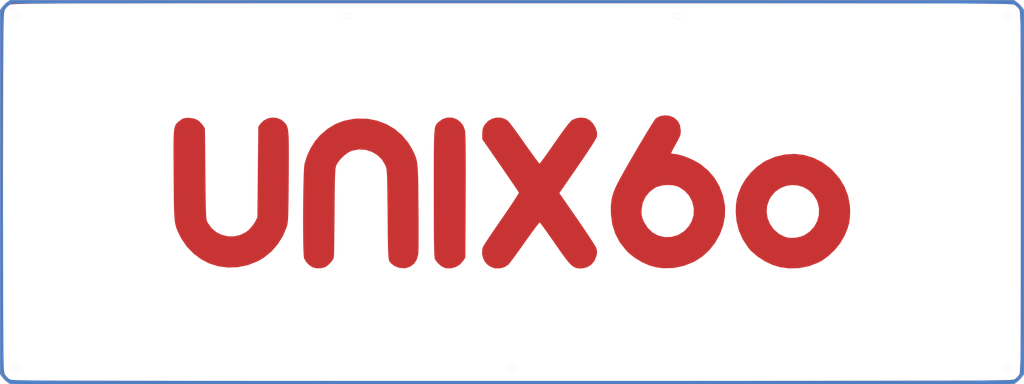
<source format=kicad_pcb>
(kicad_pcb (version 20171130) (host pcbnew 5.1.7)

  (general
    (thickness 1.6)
    (drawings 15)
    (tracks 0)
    (zones 0)
    (modules 6)
    (nets 1)
  )

  (page A4)
  (layers
    (0 F.Cu signal)
    (31 B.Cu signal)
    (32 B.Adhes user)
    (33 F.Adhes user)
    (34 B.Paste user)
    (35 F.Paste user)
    (36 B.SilkS user)
    (37 F.SilkS user)
    (38 B.Mask user)
    (39 F.Mask user)
    (40 Dwgs.User user)
    (41 Cmts.User user)
    (42 Eco1.User user)
    (43 Eco2.User user)
    (44 Edge.Cuts user)
    (45 Margin user)
    (46 B.CrtYd user)
    (47 F.CrtYd user)
    (48 B.Fab user)
    (49 F.Fab user)
  )

  (setup
    (last_trace_width 0.25)
    (trace_clearance 0.2)
    (zone_clearance 0.508)
    (zone_45_only no)
    (trace_min 0.2)
    (via_size 0.8)
    (via_drill 0.4)
    (via_min_size 0.4)
    (via_min_drill 0.3)
    (uvia_size 0.3)
    (uvia_drill 0.1)
    (uvias_allowed no)
    (uvia_min_size 0.2)
    (uvia_min_drill 0.1)
    (edge_width 0.05)
    (segment_width 0.2)
    (pcb_text_width 0.3)
    (pcb_text_size 1.5 1.5)
    (mod_edge_width 0.12)
    (mod_text_size 1 1)
    (mod_text_width 0.15)
    (pad_size 1.524 1.524)
    (pad_drill 0.762)
    (pad_to_mask_clearance 0)
    (aux_axis_origin 0 0)
    (visible_elements FFFFFF7F)
    (pcbplotparams
      (layerselection 0x010fc_ffffffff)
      (usegerberextensions true)
      (usegerberattributes false)
      (usegerberadvancedattributes true)
      (creategerberjobfile true)
      (excludeedgelayer true)
      (linewidth 0.100000)
      (plotframeref false)
      (viasonmask false)
      (mode 1)
      (useauxorigin false)
      (hpglpennumber 1)
      (hpglpenspeed 20)
      (hpglpendiameter 15.000000)
      (psnegative false)
      (psa4output false)
      (plotreference true)
      (plotvalue true)
      (plotinvisibletext false)
      (padsonsilk false)
      (subtractmaskfromsilk false)
      (outputformat 1)
      (mirror false)
      (drillshape 0)
      (scaleselection 1)
      (outputdirectory "Gerber/"))
  )

  (net 0 "")

  (net_class Default "This is the default net class."
    (clearance 0.2)
    (trace_width 0.25)
    (via_dia 0.8)
    (via_drill 0.4)
    (uvia_dia 0.3)
    (uvia_drill 0.1)
  )

  (module Logos:Edge_F_CU (layer B.Cu) (tedit 0) (tstamp 5FA5C0DD)
    (at 140.49375 90.4875)
    (fp_text reference G*** (at 0 0) (layer B.SilkS) hide
      (effects (font (size 1.524 1.524) (thickness 0.3)) (justify mirror))
    )
    (fp_text value LOGO (at 0.75 0) (layer B.SilkS) hide
      (effects (font (size 1.524 1.524) (thickness 0.3)) (justify mirror))
    )
    (fp_poly (pts (xy 150.304055 56.548391) (xy 151.074622 55.897667) (xy 151.751742 55.121328) (xy 151.798391 55.054055)
      (xy 152.399999 54.161328) (xy 152.4 -0.000001) (xy 152.4 -54.161329) (xy 151.798391 -55.054056)
      (xy 151.147667 -55.824623) (xy 150.371328 -56.501743) (xy 150.304055 -56.548392) (xy 149.411328 -57.150001)
      (xy 0 -57.150001) (xy -149.411329 -57.15) (xy -150.304056 -56.548392) (xy -151.074623 -55.897668)
      (xy -151.751743 -55.121329) (xy -151.798392 -55.054056) (xy -152.4 -54.161329) (xy -152.4 -19.560485)
      (xy -151.556472 -19.560485) (xy -151.554297 -25.240523) (xy -151.548741 -30.403939) (xy -151.539809 -35.049492)
      (xy -151.527506 -39.17594) (xy -151.511835 -42.782043) (xy -151.492802 -45.866561) (xy -151.470412 -48.428251)
      (xy -151.444668 -50.465874) (xy -151.415575 -51.978188) (xy -151.383139 -52.963954) (xy -151.347363 -53.421928)
      (xy -151.343569 -53.438769) (xy -150.79975 -54.58736) (xy -149.915703 -55.518243) (xy -148.855784 -56.070694)
      (xy -148.537625 -56.086552) (xy -147.701669 -56.101867) (xy -146.359284 -56.116622) (xy -144.521838 -56.130804)
      (xy -142.200699 -56.144396) (xy -139.407238 -56.157385) (xy -136.152821 -56.169755) (xy -132.448818 -56.181491)
      (xy -128.306598 -56.192578) (xy -123.737528 -56.203002) (xy -118.752978 -56.212748) (xy -113.364315 -56.221799)
      (xy -107.58291 -56.230143) (xy -101.420129 -56.237763) (xy -94.887342 -56.244645) (xy -87.995918 -56.250774)
      (xy -80.757224 -56.256134) (xy -73.18263 -56.260712) (xy -65.283504 -56.264491) (xy -57.071214 -56.267458)
      (xy -48.55713 -56.269597) (xy -39.75262 -56.270893) (xy -30.669052 -56.271331) (xy -21.317795 -56.270897)
      (xy -11.710217 -56.269575) (xy -1.857688 -56.267351) (xy 0.396875 -56.266723) (xy 10.992756 -56.263641)
      (xy 21.072431 -56.26062) (xy 30.648863 -56.257614) (xy 39.735012 -56.254574) (xy 48.34384 -56.251455)
      (xy 56.488307 -56.248209) (xy 64.181376 -56.244789) (xy 71.436008 -56.241148) (xy 78.265163 -56.237239)
      (xy 84.681804 -56.233015) (xy 90.698891 -56.228429) (xy 96.329386 -56.223434) (xy 101.58625 -56.217983)
      (xy 106.482444 -56.212029) (xy 111.03093 -56.205524) (xy 115.24467 -56.198422) (xy 119.136624 -56.190676)
      (xy 122.719753 -56.182239) (xy 126.00702 -56.173063) (xy 129.011385 -56.163102) (xy 131.74581 -56.152308)
      (xy 134.223256 -56.140635) (xy 136.456684 -56.128035) (xy 138.459056 -56.114462) (xy 140.243333 -56.099869)
      (xy 141.822476 -56.084207) (xy 143.209447 -56.067431) (xy 144.417206 -56.049494) (xy 145.458716 -56.030347)
      (xy 146.346938 -56.009945) (xy 147.094832 -55.988241) (xy 147.715361 -55.965186) (xy 148.221485 -55.940734)
      (xy 148.626166 -55.914839) (xy 148.942365 -55.887452) (xy 149.183044 -55.858528) (xy 149.361163 -55.828019)
      (xy 149.489685 -55.795877) (xy 149.58157 -55.762057) (xy 149.649779 -55.72651) (xy 149.652158 -55.725076)
      (xy 150.382522 -55.128837) (xy 150.975075 -54.402159) (xy 151.033407 -54.294095) (xy 151.087009 -54.15611)
      (xy 151.136081 -53.966422) (xy 151.180823 -53.703244) (xy 151.221435 -53.344793) (xy 151.258115 -52.869284)
      (xy 151.291065 -52.254931) (xy 151.320484 -51.479951) (xy 151.346571 -50.522558) (xy 151.369527 -49.360967)
      (xy 151.38955 -47.973395) (xy 151.406842 -46.338056) (xy 151.421602 -44.433166) (xy 151.434028 -42.236939)
      (xy 151.444322 -39.727591) (xy 151.452684 -36.883338) (xy 151.459311 -33.682395) (xy 151.464406 -30.102976)
      (xy 151.468167 -26.123298) (xy 151.470793 -21.721575) (xy 151.472486 -16.876023) (xy 151.473445 -11.564857)
      (xy 151.473868 -5.766292) (xy 151.473958 0) (xy 151.473849 6.264815) (xy 151.473388 12.022248)
      (xy 151.472377 17.294084) (xy 151.470614 22.102108) (xy 151.467901 26.468104) (xy 151.464038 30.413856)
      (xy 151.458824 33.961151) (xy 151.452061 37.131772) (xy 151.443547 39.947504) (xy 151.433084 42.430132)
      (xy 151.420472 44.60144) (xy 151.405511 46.483214) (xy 151.388001 48.097238) (xy 151.367742 49.465296)
      (xy 151.344535 50.609174) (xy 151.31818 51.550657) (xy 151.288477 52.311528) (xy 151.255226 52.913573)
      (xy 151.218228 53.378576) (xy 151.177283 53.728322) (xy 151.13219 53.984596) (xy 151.082751 54.169183)
      (xy 151.028765 54.303867) (xy 150.975075 54.402158) (xy 150.378836 55.132522) (xy 149.652158 55.725075)
      (xy 149.584776 55.760641) (xy 149.494402 55.794477) (xy 149.36809 55.826624) (xy 149.192898 55.857128)
      (xy 148.95588 55.886029) (xy 148.644093 55.913373) (xy 148.244594 55.939201) (xy 147.744437 55.963557)
      (xy 147.130678 55.986484) (xy 146.390374 56.008026) (xy 145.510581 56.028225) (xy 144.478354 56.047125)
      (xy 143.280749 56.064769) (xy 141.904823 56.081199) (xy 140.33763 56.09646) (xy 138.566228 56.110593)
      (xy 136.577672 56.123643) (xy 134.359018 56.135653) (xy 131.897321 56.146665) (xy 129.179638 56.156723)
      (xy 126.193025 56.16587) (xy 122.924537 56.174149) (xy 119.361231 56.181604) (xy 115.490163 56.188277)
      (xy 111.298387 56.194211) (xy 106.772961 56.19945) (xy 101.90094 56.204037) (xy 96.66938 56.208015)
      (xy 91.065337 56.211427) (xy 85.075867 56.214317) (xy 78.688026 56.216727) (xy 71.888869 56.2187)
      (xy 64.665453 56.220281) (xy 57.004834 56.221511) (xy 48.894067 56.222434) (xy 40.320209 56.223094)
      (xy 31.270315 56.223533) (xy 21.731441 56.223794) (xy 11.690643 56.223922) (xy 1.134978 56.223958)
      (xy 0 56.223958) (xy -10.610297 56.223929) (xy -20.704372 56.223813) (xy -30.295167 56.223568)
      (xy -39.395629 56.22315) (xy -48.0187 56.222515) (xy -56.177324 56.221621) (xy -63.884447 56.220425)
      (xy -71.153011 56.218883) (xy -77.995962 56.216953) (xy -84.426242 56.214591) (xy -90.456797 56.211753)
      (xy -96.10057 56.208398) (xy -101.370506 56.204481) (xy -106.279547 56.19996) (xy -110.84064 56.194791)
      (xy -115.066726 56.188932) (xy -118.970752 56.182338) (xy -122.56566 56.174967) (xy -125.864395 56.166777)
      (xy -128.879901 56.157722) (xy -131.625122 56.147762) (xy -134.113002 56.136851) (xy -136.356486 56.124948)
      (xy -138.368516 56.112009) (xy -140.162038 56.097991) (xy -141.749995 56.08285) (xy -143.145332 56.066544)
      (xy -144.360992 56.04903) (xy -145.40992 56.030263) (xy -146.30506 56.010202) (xy -147.059355 55.988803)
      (xy -147.685751 55.966023) (xy -148.19719 55.941818) (xy -148.606618 55.916146) (xy -148.926978 55.888963)
      (xy -149.171214 55.860227) (xy -149.35227 55.829893) (xy -149.483091 55.79792) (xy -149.57662 55.764263)
      (xy -149.645802 55.72888) (xy -149.652159 55.725075) (xy -150.382523 55.128836) (xy -150.975076 54.402158)
      (xy -151.033725 54.293179) (xy -151.087645 54.153453) (xy -151.137067 53.961078) (xy -151.182221 53.694154)
      (xy -151.223338 53.330776) (xy -151.26065 52.849042) (xy -151.294387 52.227051) (xy -151.32478 51.4429)
      (xy -151.35206 50.474686) (xy -151.376458 49.300508) (xy -151.398205 47.898462) (xy -151.417532 46.246647)
      (xy -151.434669 44.32316) (xy -151.449848 42.106098) (xy -151.4633 39.57356) (xy -151.475255 36.703643)
      (xy -151.485945 33.474445) (xy -151.4956 29.864063) (xy -151.504451 25.850596) (xy -151.512729 21.412139)
      (xy -151.520666 16.526792) (xy -151.528491 11.172653) (xy -151.536437 5.327817) (xy -151.542668 0.566958)
      (xy -151.550662 -6.655503) (xy -151.555262 -13.365064) (xy -151.556472 -19.560485) (xy -152.4 -19.560485)
      (xy -152.4 54.161328) (xy -151.798392 55.054055) (xy -151.147668 55.824622) (xy -150.371329 56.501742)
      (xy -150.304056 56.548391) (xy -149.411329 57.149999) (xy 149.411328 57.149999) (xy 150.304055 56.548391)) (layer B.Cu) (width 0.01))
  )

  (module Logos:Edge_F_Mask (layer B.Cu) (tedit 0) (tstamp 5FA5C0C4)
    (at 140.49375 90.4875)
    (fp_text reference G*** (at 0 0) (layer B.SilkS) hide
      (effects (font (size 1.524 1.524) (thickness 0.3)) (justify mirror))
    )
    (fp_text value LOGO (at 0.75 0) (layer B.SilkS) hide
      (effects (font (size 1.524 1.524) (thickness 0.3)) (justify mirror))
    )
    (fp_poly (pts (xy 150.304055 56.548391) (xy 151.074622 55.897667) (xy 151.751742 55.121328) (xy 151.798391 55.054055)
      (xy 152.399999 54.161328) (xy 152.4 -0.000001) (xy 152.4 -54.161329) (xy 151.798391 -55.054056)
      (xy 151.147667 -55.824623) (xy 150.371328 -56.501743) (xy 150.304055 -56.548392) (xy 149.411328 -57.150001)
      (xy 0 -57.150001) (xy -149.411329 -57.15) (xy -150.304056 -56.548392) (xy -151.074623 -55.897668)
      (xy -151.751743 -55.121329) (xy -151.798392 -55.054056) (xy -152.4 -54.161329) (xy -152.4 -19.560485)
      (xy -151.556472 -19.560485) (xy -151.554297 -25.240523) (xy -151.548741 -30.403939) (xy -151.539809 -35.049492)
      (xy -151.527506 -39.17594) (xy -151.511835 -42.782043) (xy -151.492802 -45.866561) (xy -151.470412 -48.428251)
      (xy -151.444668 -50.465874) (xy -151.415575 -51.978188) (xy -151.383139 -52.963954) (xy -151.347363 -53.421928)
      (xy -151.343569 -53.438769) (xy -150.79975 -54.58736) (xy -149.915703 -55.518243) (xy -148.855784 -56.070694)
      (xy -148.537625 -56.086552) (xy -147.701669 -56.101867) (xy -146.359284 -56.116622) (xy -144.521838 -56.130804)
      (xy -142.200699 -56.144396) (xy -139.407238 -56.157385) (xy -136.152821 -56.169755) (xy -132.448818 -56.181491)
      (xy -128.306598 -56.192578) (xy -123.737528 -56.203002) (xy -118.752978 -56.212748) (xy -113.364315 -56.221799)
      (xy -107.58291 -56.230143) (xy -101.420129 -56.237763) (xy -94.887342 -56.244645) (xy -87.995918 -56.250774)
      (xy -80.757224 -56.256134) (xy -73.18263 -56.260712) (xy -65.283504 -56.264491) (xy -57.071214 -56.267458)
      (xy -48.55713 -56.269597) (xy -39.75262 -56.270893) (xy -30.669052 -56.271331) (xy -21.317795 -56.270897)
      (xy -11.710217 -56.269575) (xy -1.857688 -56.267351) (xy 0.396875 -56.266723) (xy 10.992756 -56.263641)
      (xy 21.072431 -56.26062) (xy 30.648863 -56.257614) (xy 39.735012 -56.254574) (xy 48.34384 -56.251455)
      (xy 56.488307 -56.248209) (xy 64.181376 -56.244789) (xy 71.436008 -56.241148) (xy 78.265163 -56.237239)
      (xy 84.681804 -56.233015) (xy 90.698891 -56.228429) (xy 96.329386 -56.223434) (xy 101.58625 -56.217983)
      (xy 106.482444 -56.212029) (xy 111.03093 -56.205524) (xy 115.24467 -56.198422) (xy 119.136624 -56.190676)
      (xy 122.719753 -56.182239) (xy 126.00702 -56.173063) (xy 129.011385 -56.163102) (xy 131.74581 -56.152308)
      (xy 134.223256 -56.140635) (xy 136.456684 -56.128035) (xy 138.459056 -56.114462) (xy 140.243333 -56.099869)
      (xy 141.822476 -56.084207) (xy 143.209447 -56.067431) (xy 144.417206 -56.049494) (xy 145.458716 -56.030347)
      (xy 146.346938 -56.009945) (xy 147.094832 -55.988241) (xy 147.715361 -55.965186) (xy 148.221485 -55.940734)
      (xy 148.626166 -55.914839) (xy 148.942365 -55.887452) (xy 149.183044 -55.858528) (xy 149.361163 -55.828019)
      (xy 149.489685 -55.795877) (xy 149.58157 -55.762057) (xy 149.649779 -55.72651) (xy 149.652158 -55.725076)
      (xy 150.382522 -55.128837) (xy 150.975075 -54.402159) (xy 151.033407 -54.294095) (xy 151.087009 -54.15611)
      (xy 151.136081 -53.966422) (xy 151.180823 -53.703244) (xy 151.221435 -53.344793) (xy 151.258115 -52.869284)
      (xy 151.291065 -52.254931) (xy 151.320484 -51.479951) (xy 151.346571 -50.522558) (xy 151.369527 -49.360967)
      (xy 151.38955 -47.973395) (xy 151.406842 -46.338056) (xy 151.421602 -44.433166) (xy 151.434028 -42.236939)
      (xy 151.444322 -39.727591) (xy 151.452684 -36.883338) (xy 151.459311 -33.682395) (xy 151.464406 -30.102976)
      (xy 151.468167 -26.123298) (xy 151.470793 -21.721575) (xy 151.472486 -16.876023) (xy 151.473445 -11.564857)
      (xy 151.473868 -5.766292) (xy 151.473958 0) (xy 151.473849 6.264815) (xy 151.473388 12.022248)
      (xy 151.472377 17.294084) (xy 151.470614 22.102108) (xy 151.467901 26.468104) (xy 151.464038 30.413856)
      (xy 151.458824 33.961151) (xy 151.452061 37.131772) (xy 151.443547 39.947504) (xy 151.433084 42.430132)
      (xy 151.420472 44.60144) (xy 151.405511 46.483214) (xy 151.388001 48.097238) (xy 151.367742 49.465296)
      (xy 151.344535 50.609174) (xy 151.31818 51.550657) (xy 151.288477 52.311528) (xy 151.255226 52.913573)
      (xy 151.218228 53.378576) (xy 151.177283 53.728322) (xy 151.13219 53.984596) (xy 151.082751 54.169183)
      (xy 151.028765 54.303867) (xy 150.975075 54.402158) (xy 150.378836 55.132522) (xy 149.652158 55.725075)
      (xy 149.584776 55.760641) (xy 149.494402 55.794477) (xy 149.36809 55.826624) (xy 149.192898 55.857128)
      (xy 148.95588 55.886029) (xy 148.644093 55.913373) (xy 148.244594 55.939201) (xy 147.744437 55.963557)
      (xy 147.130678 55.986484) (xy 146.390374 56.008026) (xy 145.510581 56.028225) (xy 144.478354 56.047125)
      (xy 143.280749 56.064769) (xy 141.904823 56.081199) (xy 140.33763 56.09646) (xy 138.566228 56.110593)
      (xy 136.577672 56.123643) (xy 134.359018 56.135653) (xy 131.897321 56.146665) (xy 129.179638 56.156723)
      (xy 126.193025 56.16587) (xy 122.924537 56.174149) (xy 119.361231 56.181604) (xy 115.490163 56.188277)
      (xy 111.298387 56.194211) (xy 106.772961 56.19945) (xy 101.90094 56.204037) (xy 96.66938 56.208015)
      (xy 91.065337 56.211427) (xy 85.075867 56.214317) (xy 78.688026 56.216727) (xy 71.888869 56.2187)
      (xy 64.665453 56.220281) (xy 57.004834 56.221511) (xy 48.894067 56.222434) (xy 40.320209 56.223094)
      (xy 31.270315 56.223533) (xy 21.731441 56.223794) (xy 11.690643 56.223922) (xy 1.134978 56.223958)
      (xy 0 56.223958) (xy -10.610297 56.223929) (xy -20.704372 56.223813) (xy -30.295167 56.223568)
      (xy -39.395629 56.22315) (xy -48.0187 56.222515) (xy -56.177324 56.221621) (xy -63.884447 56.220425)
      (xy -71.153011 56.218883) (xy -77.995962 56.216953) (xy -84.426242 56.214591) (xy -90.456797 56.211753)
      (xy -96.10057 56.208398) (xy -101.370506 56.204481) (xy -106.279547 56.19996) (xy -110.84064 56.194791)
      (xy -115.066726 56.188932) (xy -118.970752 56.182338) (xy -122.56566 56.174967) (xy -125.864395 56.166777)
      (xy -128.879901 56.157722) (xy -131.625122 56.147762) (xy -134.113002 56.136851) (xy -136.356486 56.124948)
      (xy -138.368516 56.112009) (xy -140.162038 56.097991) (xy -141.749995 56.08285) (xy -143.145332 56.066544)
      (xy -144.360992 56.04903) (xy -145.40992 56.030263) (xy -146.30506 56.010202) (xy -147.059355 55.988803)
      (xy -147.685751 55.966023) (xy -148.19719 55.941818) (xy -148.606618 55.916146) (xy -148.926978 55.888963)
      (xy -149.171214 55.860227) (xy -149.35227 55.829893) (xy -149.483091 55.79792) (xy -149.57662 55.764263)
      (xy -149.645802 55.72888) (xy -149.652159 55.725075) (xy -150.382523 55.128836) (xy -150.975076 54.402158)
      (xy -151.033725 54.293179) (xy -151.087645 54.153453) (xy -151.137067 53.961078) (xy -151.182221 53.694154)
      (xy -151.223338 53.330776) (xy -151.26065 52.849042) (xy -151.294387 52.227051) (xy -151.32478 51.4429)
      (xy -151.35206 50.474686) (xy -151.376458 49.300508) (xy -151.398205 47.898462) (xy -151.417532 46.246647)
      (xy -151.434669 44.32316) (xy -151.449848 42.106098) (xy -151.4633 39.57356) (xy -151.475255 36.703643)
      (xy -151.485945 33.474445) (xy -151.4956 29.864063) (xy -151.504451 25.850596) (xy -151.512729 21.412139)
      (xy -151.520666 16.526792) (xy -151.528491 11.172653) (xy -151.536437 5.327817) (xy -151.542668 0.566958)
      (xy -151.550662 -6.655503) (xy -151.555262 -13.365064) (xy -151.556472 -19.560485) (xy -152.4 -19.560485)
      (xy -152.4 54.161328) (xy -151.798392 55.054055) (xy -151.147668 55.824622) (xy -150.371329 56.501742)
      (xy -150.304056 56.548391) (xy -149.411329 57.149999) (xy 149.411328 57.149999) (xy 150.304055 56.548391)) (layer B.Mask) (width 0.01))
  )

  (module Logos:Edge_F_Mask (layer F.Cu) (tedit 0) (tstamp 5FA5C0B3)
    (at 140.49375 90.4875)
    (fp_text reference G*** (at 0 0) (layer F.SilkS) hide
      (effects (font (size 1.524 1.524) (thickness 0.3)))
    )
    (fp_text value LOGO (at 0.75 0) (layer F.SilkS) hide
      (effects (font (size 1.524 1.524) (thickness 0.3)))
    )
    (fp_poly (pts (xy 150.304055 -56.548391) (xy 151.074622 -55.897667) (xy 151.751742 -55.121328) (xy 151.798391 -55.054055)
      (xy 152.399999 -54.161328) (xy 152.4 0.000001) (xy 152.4 54.161329) (xy 151.798391 55.054056)
      (xy 151.147667 55.824623) (xy 150.371328 56.501743) (xy 150.304055 56.548392) (xy 149.411328 57.150001)
      (xy 0 57.150001) (xy -149.411329 57.15) (xy -150.304056 56.548392) (xy -151.074623 55.897668)
      (xy -151.751743 55.121329) (xy -151.798392 55.054056) (xy -152.4 54.161329) (xy -152.4 19.560485)
      (xy -151.556472 19.560485) (xy -151.554297 25.240523) (xy -151.548741 30.403939) (xy -151.539809 35.049492)
      (xy -151.527506 39.17594) (xy -151.511835 42.782043) (xy -151.492802 45.866561) (xy -151.470412 48.428251)
      (xy -151.444668 50.465874) (xy -151.415575 51.978188) (xy -151.383139 52.963954) (xy -151.347363 53.421928)
      (xy -151.343569 53.438769) (xy -150.79975 54.58736) (xy -149.915703 55.518243) (xy -148.855784 56.070694)
      (xy -148.537625 56.086552) (xy -147.701669 56.101867) (xy -146.359284 56.116622) (xy -144.521838 56.130804)
      (xy -142.200699 56.144396) (xy -139.407238 56.157385) (xy -136.152821 56.169755) (xy -132.448818 56.181491)
      (xy -128.306598 56.192578) (xy -123.737528 56.203002) (xy -118.752978 56.212748) (xy -113.364315 56.221799)
      (xy -107.58291 56.230143) (xy -101.420129 56.237763) (xy -94.887342 56.244645) (xy -87.995918 56.250774)
      (xy -80.757224 56.256134) (xy -73.18263 56.260712) (xy -65.283504 56.264491) (xy -57.071214 56.267458)
      (xy -48.55713 56.269597) (xy -39.75262 56.270893) (xy -30.669052 56.271331) (xy -21.317795 56.270897)
      (xy -11.710217 56.269575) (xy -1.857688 56.267351) (xy 0.396875 56.266723) (xy 10.992756 56.263641)
      (xy 21.072431 56.26062) (xy 30.648863 56.257614) (xy 39.735012 56.254574) (xy 48.34384 56.251455)
      (xy 56.488307 56.248209) (xy 64.181376 56.244789) (xy 71.436008 56.241148) (xy 78.265163 56.237239)
      (xy 84.681804 56.233015) (xy 90.698891 56.228429) (xy 96.329386 56.223434) (xy 101.58625 56.217983)
      (xy 106.482444 56.212029) (xy 111.03093 56.205524) (xy 115.24467 56.198422) (xy 119.136624 56.190676)
      (xy 122.719753 56.182239) (xy 126.00702 56.173063) (xy 129.011385 56.163102) (xy 131.74581 56.152308)
      (xy 134.223256 56.140635) (xy 136.456684 56.128035) (xy 138.459056 56.114462) (xy 140.243333 56.099869)
      (xy 141.822476 56.084207) (xy 143.209447 56.067431) (xy 144.417206 56.049494) (xy 145.458716 56.030347)
      (xy 146.346938 56.009945) (xy 147.094832 55.988241) (xy 147.715361 55.965186) (xy 148.221485 55.940734)
      (xy 148.626166 55.914839) (xy 148.942365 55.887452) (xy 149.183044 55.858528) (xy 149.361163 55.828019)
      (xy 149.489685 55.795877) (xy 149.58157 55.762057) (xy 149.649779 55.72651) (xy 149.652158 55.725076)
      (xy 150.382522 55.128837) (xy 150.975075 54.402159) (xy 151.033407 54.294095) (xy 151.087009 54.15611)
      (xy 151.136081 53.966422) (xy 151.180823 53.703244) (xy 151.221435 53.344793) (xy 151.258115 52.869284)
      (xy 151.291065 52.254931) (xy 151.320484 51.479951) (xy 151.346571 50.522558) (xy 151.369527 49.360967)
      (xy 151.38955 47.973395) (xy 151.406842 46.338056) (xy 151.421602 44.433166) (xy 151.434028 42.236939)
      (xy 151.444322 39.727591) (xy 151.452684 36.883338) (xy 151.459311 33.682395) (xy 151.464406 30.102976)
      (xy 151.468167 26.123298) (xy 151.470793 21.721575) (xy 151.472486 16.876023) (xy 151.473445 11.564857)
      (xy 151.473868 5.766292) (xy 151.473958 0) (xy 151.473849 -6.264815) (xy 151.473388 -12.022248)
      (xy 151.472377 -17.294084) (xy 151.470614 -22.102108) (xy 151.467901 -26.468104) (xy 151.464038 -30.413856)
      (xy 151.458824 -33.961151) (xy 151.452061 -37.131772) (xy 151.443547 -39.947504) (xy 151.433084 -42.430132)
      (xy 151.420472 -44.60144) (xy 151.405511 -46.483214) (xy 151.388001 -48.097238) (xy 151.367742 -49.465296)
      (xy 151.344535 -50.609174) (xy 151.31818 -51.550657) (xy 151.288477 -52.311528) (xy 151.255226 -52.913573)
      (xy 151.218228 -53.378576) (xy 151.177283 -53.728322) (xy 151.13219 -53.984596) (xy 151.082751 -54.169183)
      (xy 151.028765 -54.303867) (xy 150.975075 -54.402158) (xy 150.378836 -55.132522) (xy 149.652158 -55.725075)
      (xy 149.584776 -55.760641) (xy 149.494402 -55.794477) (xy 149.36809 -55.826624) (xy 149.192898 -55.857128)
      (xy 148.95588 -55.886029) (xy 148.644093 -55.913373) (xy 148.244594 -55.939201) (xy 147.744437 -55.963557)
      (xy 147.130678 -55.986484) (xy 146.390374 -56.008026) (xy 145.510581 -56.028225) (xy 144.478354 -56.047125)
      (xy 143.280749 -56.064769) (xy 141.904823 -56.081199) (xy 140.33763 -56.09646) (xy 138.566228 -56.110593)
      (xy 136.577672 -56.123643) (xy 134.359018 -56.135653) (xy 131.897321 -56.146665) (xy 129.179638 -56.156723)
      (xy 126.193025 -56.16587) (xy 122.924537 -56.174149) (xy 119.361231 -56.181604) (xy 115.490163 -56.188277)
      (xy 111.298387 -56.194211) (xy 106.772961 -56.19945) (xy 101.90094 -56.204037) (xy 96.66938 -56.208015)
      (xy 91.065337 -56.211427) (xy 85.075867 -56.214317) (xy 78.688026 -56.216727) (xy 71.888869 -56.2187)
      (xy 64.665453 -56.220281) (xy 57.004834 -56.221511) (xy 48.894067 -56.222434) (xy 40.320209 -56.223094)
      (xy 31.270315 -56.223533) (xy 21.731441 -56.223794) (xy 11.690643 -56.223922) (xy 1.134978 -56.223958)
      (xy 0 -56.223958) (xy -10.610297 -56.223929) (xy -20.704372 -56.223813) (xy -30.295167 -56.223568)
      (xy -39.395629 -56.22315) (xy -48.0187 -56.222515) (xy -56.177324 -56.221621) (xy -63.884447 -56.220425)
      (xy -71.153011 -56.218883) (xy -77.995962 -56.216953) (xy -84.426242 -56.214591) (xy -90.456797 -56.211753)
      (xy -96.10057 -56.208398) (xy -101.370506 -56.204481) (xy -106.279547 -56.19996) (xy -110.84064 -56.194791)
      (xy -115.066726 -56.188932) (xy -118.970752 -56.182338) (xy -122.56566 -56.174967) (xy -125.864395 -56.166777)
      (xy -128.879901 -56.157722) (xy -131.625122 -56.147762) (xy -134.113002 -56.136851) (xy -136.356486 -56.124948)
      (xy -138.368516 -56.112009) (xy -140.162038 -56.097991) (xy -141.749995 -56.08285) (xy -143.145332 -56.066544)
      (xy -144.360992 -56.04903) (xy -145.40992 -56.030263) (xy -146.30506 -56.010202) (xy -147.059355 -55.988803)
      (xy -147.685751 -55.966023) (xy -148.19719 -55.941818) (xy -148.606618 -55.916146) (xy -148.926978 -55.888963)
      (xy -149.171214 -55.860227) (xy -149.35227 -55.829893) (xy -149.483091 -55.79792) (xy -149.57662 -55.764263)
      (xy -149.645802 -55.72888) (xy -149.652159 -55.725075) (xy -150.382523 -55.128836) (xy -150.975076 -54.402158)
      (xy -151.033725 -54.293179) (xy -151.087645 -54.153453) (xy -151.137067 -53.961078) (xy -151.182221 -53.694154)
      (xy -151.223338 -53.330776) (xy -151.26065 -52.849042) (xy -151.294387 -52.227051) (xy -151.32478 -51.4429)
      (xy -151.35206 -50.474686) (xy -151.376458 -49.300508) (xy -151.398205 -47.898462) (xy -151.417532 -46.246647)
      (xy -151.434669 -44.32316) (xy -151.449848 -42.106098) (xy -151.4633 -39.57356) (xy -151.475255 -36.703643)
      (xy -151.485945 -33.474445) (xy -151.4956 -29.864063) (xy -151.504451 -25.850596) (xy -151.512729 -21.412139)
      (xy -151.520666 -16.526792) (xy -151.528491 -11.172653) (xy -151.536437 -5.327817) (xy -151.542668 -0.566958)
      (xy -151.550662 6.655503) (xy -151.555262 13.365064) (xy -151.556472 19.560485) (xy -152.4 19.560485)
      (xy -152.4 -54.161328) (xy -151.798392 -55.054055) (xy -151.147668 -55.824622) (xy -150.371329 -56.501742)
      (xy -150.304056 -56.548391) (xy -149.411329 -57.149999) (xy 149.411328 -57.149999) (xy 150.304055 -56.548391)) (layer F.Mask) (width 0.01))
  )

  (module Logos:Edge_F_CU (layer F.Cu) (tedit 0) (tstamp 5FA5C04A)
    (at 140.49375 90.4875)
    (fp_text reference G*** (at 0 0) (layer F.SilkS) hide
      (effects (font (size 1.524 1.524) (thickness 0.3)))
    )
    (fp_text value LOGO (at 0.75 0) (layer F.SilkS) hide
      (effects (font (size 1.524 1.524) (thickness 0.3)))
    )
    (fp_poly (pts (xy 150.304055 -56.548391) (xy 151.074622 -55.897667) (xy 151.751742 -55.121328) (xy 151.798391 -55.054055)
      (xy 152.399999 -54.161328) (xy 152.4 0.000001) (xy 152.4 54.161329) (xy 151.798391 55.054056)
      (xy 151.147667 55.824623) (xy 150.371328 56.501743) (xy 150.304055 56.548392) (xy 149.411328 57.150001)
      (xy 0 57.150001) (xy -149.411329 57.15) (xy -150.304056 56.548392) (xy -151.074623 55.897668)
      (xy -151.751743 55.121329) (xy -151.798392 55.054056) (xy -152.4 54.161329) (xy -152.4 19.560485)
      (xy -151.556472 19.560485) (xy -151.554297 25.240523) (xy -151.548741 30.403939) (xy -151.539809 35.049492)
      (xy -151.527506 39.17594) (xy -151.511835 42.782043) (xy -151.492802 45.866561) (xy -151.470412 48.428251)
      (xy -151.444668 50.465874) (xy -151.415575 51.978188) (xy -151.383139 52.963954) (xy -151.347363 53.421928)
      (xy -151.343569 53.438769) (xy -150.79975 54.58736) (xy -149.915703 55.518243) (xy -148.855784 56.070694)
      (xy -148.537625 56.086552) (xy -147.701669 56.101867) (xy -146.359284 56.116622) (xy -144.521838 56.130804)
      (xy -142.200699 56.144396) (xy -139.407238 56.157385) (xy -136.152821 56.169755) (xy -132.448818 56.181491)
      (xy -128.306598 56.192578) (xy -123.737528 56.203002) (xy -118.752978 56.212748) (xy -113.364315 56.221799)
      (xy -107.58291 56.230143) (xy -101.420129 56.237763) (xy -94.887342 56.244645) (xy -87.995918 56.250774)
      (xy -80.757224 56.256134) (xy -73.18263 56.260712) (xy -65.283504 56.264491) (xy -57.071214 56.267458)
      (xy -48.55713 56.269597) (xy -39.75262 56.270893) (xy -30.669052 56.271331) (xy -21.317795 56.270897)
      (xy -11.710217 56.269575) (xy -1.857688 56.267351) (xy 0.396875 56.266723) (xy 10.992756 56.263641)
      (xy 21.072431 56.26062) (xy 30.648863 56.257614) (xy 39.735012 56.254574) (xy 48.34384 56.251455)
      (xy 56.488307 56.248209) (xy 64.181376 56.244789) (xy 71.436008 56.241148) (xy 78.265163 56.237239)
      (xy 84.681804 56.233015) (xy 90.698891 56.228429) (xy 96.329386 56.223434) (xy 101.58625 56.217983)
      (xy 106.482444 56.212029) (xy 111.03093 56.205524) (xy 115.24467 56.198422) (xy 119.136624 56.190676)
      (xy 122.719753 56.182239) (xy 126.00702 56.173063) (xy 129.011385 56.163102) (xy 131.74581 56.152308)
      (xy 134.223256 56.140635) (xy 136.456684 56.128035) (xy 138.459056 56.114462) (xy 140.243333 56.099869)
      (xy 141.822476 56.084207) (xy 143.209447 56.067431) (xy 144.417206 56.049494) (xy 145.458716 56.030347)
      (xy 146.346938 56.009945) (xy 147.094832 55.988241) (xy 147.715361 55.965186) (xy 148.221485 55.940734)
      (xy 148.626166 55.914839) (xy 148.942365 55.887452) (xy 149.183044 55.858528) (xy 149.361163 55.828019)
      (xy 149.489685 55.795877) (xy 149.58157 55.762057) (xy 149.649779 55.72651) (xy 149.652158 55.725076)
      (xy 150.382522 55.128837) (xy 150.975075 54.402159) (xy 151.033407 54.294095) (xy 151.087009 54.15611)
      (xy 151.136081 53.966422) (xy 151.180823 53.703244) (xy 151.221435 53.344793) (xy 151.258115 52.869284)
      (xy 151.291065 52.254931) (xy 151.320484 51.479951) (xy 151.346571 50.522558) (xy 151.369527 49.360967)
      (xy 151.38955 47.973395) (xy 151.406842 46.338056) (xy 151.421602 44.433166) (xy 151.434028 42.236939)
      (xy 151.444322 39.727591) (xy 151.452684 36.883338) (xy 151.459311 33.682395) (xy 151.464406 30.102976)
      (xy 151.468167 26.123298) (xy 151.470793 21.721575) (xy 151.472486 16.876023) (xy 151.473445 11.564857)
      (xy 151.473868 5.766292) (xy 151.473958 0) (xy 151.473849 -6.264815) (xy 151.473388 -12.022248)
      (xy 151.472377 -17.294084) (xy 151.470614 -22.102108) (xy 151.467901 -26.468104) (xy 151.464038 -30.413856)
      (xy 151.458824 -33.961151) (xy 151.452061 -37.131772) (xy 151.443547 -39.947504) (xy 151.433084 -42.430132)
      (xy 151.420472 -44.60144) (xy 151.405511 -46.483214) (xy 151.388001 -48.097238) (xy 151.367742 -49.465296)
      (xy 151.344535 -50.609174) (xy 151.31818 -51.550657) (xy 151.288477 -52.311528) (xy 151.255226 -52.913573)
      (xy 151.218228 -53.378576) (xy 151.177283 -53.728322) (xy 151.13219 -53.984596) (xy 151.082751 -54.169183)
      (xy 151.028765 -54.303867) (xy 150.975075 -54.402158) (xy 150.378836 -55.132522) (xy 149.652158 -55.725075)
      (xy 149.584776 -55.760641) (xy 149.494402 -55.794477) (xy 149.36809 -55.826624) (xy 149.192898 -55.857128)
      (xy 148.95588 -55.886029) (xy 148.644093 -55.913373) (xy 148.244594 -55.939201) (xy 147.744437 -55.963557)
      (xy 147.130678 -55.986484) (xy 146.390374 -56.008026) (xy 145.510581 -56.028225) (xy 144.478354 -56.047125)
      (xy 143.280749 -56.064769) (xy 141.904823 -56.081199) (xy 140.33763 -56.09646) (xy 138.566228 -56.110593)
      (xy 136.577672 -56.123643) (xy 134.359018 -56.135653) (xy 131.897321 -56.146665) (xy 129.179638 -56.156723)
      (xy 126.193025 -56.16587) (xy 122.924537 -56.174149) (xy 119.361231 -56.181604) (xy 115.490163 -56.188277)
      (xy 111.298387 -56.194211) (xy 106.772961 -56.19945) (xy 101.90094 -56.204037) (xy 96.66938 -56.208015)
      (xy 91.065337 -56.211427) (xy 85.075867 -56.214317) (xy 78.688026 -56.216727) (xy 71.888869 -56.2187)
      (xy 64.665453 -56.220281) (xy 57.004834 -56.221511) (xy 48.894067 -56.222434) (xy 40.320209 -56.223094)
      (xy 31.270315 -56.223533) (xy 21.731441 -56.223794) (xy 11.690643 -56.223922) (xy 1.134978 -56.223958)
      (xy 0 -56.223958) (xy -10.610297 -56.223929) (xy -20.704372 -56.223813) (xy -30.295167 -56.223568)
      (xy -39.395629 -56.22315) (xy -48.0187 -56.222515) (xy -56.177324 -56.221621) (xy -63.884447 -56.220425)
      (xy -71.153011 -56.218883) (xy -77.995962 -56.216953) (xy -84.426242 -56.214591) (xy -90.456797 -56.211753)
      (xy -96.10057 -56.208398) (xy -101.370506 -56.204481) (xy -106.279547 -56.19996) (xy -110.84064 -56.194791)
      (xy -115.066726 -56.188932) (xy -118.970752 -56.182338) (xy -122.56566 -56.174967) (xy -125.864395 -56.166777)
      (xy -128.879901 -56.157722) (xy -131.625122 -56.147762) (xy -134.113002 -56.136851) (xy -136.356486 -56.124948)
      (xy -138.368516 -56.112009) (xy -140.162038 -56.097991) (xy -141.749995 -56.08285) (xy -143.145332 -56.066544)
      (xy -144.360992 -56.04903) (xy -145.40992 -56.030263) (xy -146.30506 -56.010202) (xy -147.059355 -55.988803)
      (xy -147.685751 -55.966023) (xy -148.19719 -55.941818) (xy -148.606618 -55.916146) (xy -148.926978 -55.888963)
      (xy -149.171214 -55.860227) (xy -149.35227 -55.829893) (xy -149.483091 -55.79792) (xy -149.57662 -55.764263)
      (xy -149.645802 -55.72888) (xy -149.652159 -55.725075) (xy -150.382523 -55.128836) (xy -150.975076 -54.402158)
      (xy -151.033725 -54.293179) (xy -151.087645 -54.153453) (xy -151.137067 -53.961078) (xy -151.182221 -53.694154)
      (xy -151.223338 -53.330776) (xy -151.26065 -52.849042) (xy -151.294387 -52.227051) (xy -151.32478 -51.4429)
      (xy -151.35206 -50.474686) (xy -151.376458 -49.300508) (xy -151.398205 -47.898462) (xy -151.417532 -46.246647)
      (xy -151.434669 -44.32316) (xy -151.449848 -42.106098) (xy -151.4633 -39.57356) (xy -151.475255 -36.703643)
      (xy -151.485945 -33.474445) (xy -151.4956 -29.864063) (xy -151.504451 -25.850596) (xy -151.512729 -21.412139)
      (xy -151.520666 -16.526792) (xy -151.528491 -11.172653) (xy -151.536437 -5.327817) (xy -151.542668 -0.566958)
      (xy -151.550662 6.655503) (xy -151.555262 13.365064) (xy -151.556472 19.560485) (xy -152.4 19.560485)
      (xy -152.4 -54.161328) (xy -151.798392 -55.054055) (xy -151.147668 -55.824622) (xy -150.371329 -56.501742)
      (xy -150.304056 -56.548391) (xy -149.411329 -57.149999) (xy 149.411328 -57.149999) (xy 150.304055 -56.548391)) (layer F.Cu) (width 0.01))
  )

  (module "Logos:UNIX_Case_Mask_Big _CU" (layer F.Cu) (tedit 0) (tstamp 5FA5C016)
    (at 140.49375 90.4875)
    (fp_text reference G*** (at 0 0) (layer F.SilkS) hide
      (effects (font (size 1.524 1.524) (thickness 0.3)))
    )
    (fp_text value LOGO (at 0.75 0) (layer F.SilkS) hide
      (effects (font (size 1.524 1.524) (thickness 0.3)))
    )
    (fp_poly (pts (xy -43.007049 -21.81126) (xy -40.12963 -21.2535) (xy -37.432107 -20.240035) (xy -34.964569 -18.799359)
      (xy -32.777103 -16.959966) (xy -30.919797 -14.750348) (xy -29.614822 -12.555712) (xy -29.250563 -11.815195)
      (xy -28.944139 -11.148847) (xy -28.690107 -10.504061) (xy -28.483019 -9.828225) (xy -28.317432 -9.068732)
      (xy -28.187898 -8.172972) (xy -28.088973 -7.088335) (xy -28.015211 -5.762212) (xy -27.961166 -4.141995)
      (xy -27.921393 -2.175073) (xy -27.890446 0.191162) (xy -27.862879 3.00932) (xy -27.849604 4.497916)
      (xy -27.830573 7.079028) (xy -27.81974 9.539827) (xy -27.816851 11.821151) (xy -27.821652 13.863838)
      (xy -27.833889 15.608728) (xy -27.853308 16.996657) (xy -27.879656 17.968464) (xy -27.909444 18.441335)
      (xy -28.327552 20.03732) (xy -29.119889 21.295313) (xy -30.247144 22.175242) (xy -31.670009 22.637033)
      (xy -32.069757 22.682636) (xy -33.551826 22.566293) (xy -34.938497 22.039487) (xy -36.070635 21.171342)
      (xy -36.364719 20.816996) (xy -36.487092 20.63391) (xy -36.590268 20.418176) (xy -36.676416 20.124438)
      (xy -36.747705 19.70734) (xy -36.806305 19.121525) (xy -36.854384 18.321637) (xy -36.894111 17.262321)
      (xy -36.927656 15.89822) (xy -36.957187 14.183978) (xy -36.984875 12.074238) (xy -37.012887 9.523646)
      (xy -37.041667 6.661787) (xy -37.071753 3.654714) (xy -37.099191 1.129583) (xy -37.126356 -0.960807)
      (xy -37.155622 -2.663658) (xy -37.189366 -4.026169) (xy -37.22996 -5.095542) (xy -37.279781 -5.918978)
      (xy -37.341202 -6.543677) (xy -37.416599 -7.016841) (xy -37.508346 -7.385671) (xy -37.618818 -7.697368)
      (xy -37.750389 -7.999132) (xy -37.782824 -8.069792) (xy -38.758461 -9.695613) (xy -40.060117 -10.972217)
      (xy -41.671876 -11.938205) (xy -43.577619 -12.56607) (xy -45.582017 -12.692785) (xy -47.601472 -12.313989)
      (xy -47.776305 -12.256586) (xy -48.854288 -11.709954) (xy -50.001581 -10.839631) (xy -51.074603 -9.784405)
      (xy -51.929776 -8.683065) (xy -52.381386 -7.805209) (xy -52.471878 -7.450698) (xy -52.549087 -6.911465)
      (xy -52.614402 -6.145254) (xy -52.669209 -5.109808) (xy -52.714897 -3.762871) (xy -52.752853 -2.062186)
      (xy -52.784464 0.034502) (xy -52.811118 2.56945) (xy -52.834202 5.584914) (xy -52.837469 6.085416)
      (xy -52.85659 8.659457) (xy -52.879686 11.085262) (xy -52.905885 13.308799) (xy -52.934314 15.27604)
      (xy -52.964101 16.932953) (xy -52.994372 18.225508) (xy -53.024256 19.099675) (xy -53.052879 19.501424)
      (xy -53.054268 19.508168) (xy -53.399475 20.234656) (xy -54.048852 21.060525) (xy -54.848305 21.820555)
      (xy -55.643743 22.349529) (xy -55.748306 22.396702) (xy -57.042975 22.704569) (xy -58.426731 22.660196)
      (xy -59.398959 22.379157) (xy -60.400855 21.72415) (xy -61.300641 20.780977) (xy -61.894528 19.76339)
      (xy -61.895668 19.760379) (xy -61.97564 19.277863) (xy -62.042979 18.329916) (xy -62.097945 16.980116)
      (xy -62.140796 15.292041) (xy -62.17179 13.329271) (xy -62.191186 11.155382) (xy -62.199242 8.833954)
      (xy -62.196217 6.428565) (xy -62.182369 4.002793) (xy -62.157957 1.620216) (xy -62.123239 -0.655586)
      (xy -62.078474 -2.761036) (xy -62.02392 -4.632555) (xy -61.959837 -6.206565) (xy -61.886481 -7.419488)
      (xy -61.804112 -8.207745) (xy -61.781442 -8.334376) (xy -61.09315 -10.63617) (xy -60.024822 -12.957017)
      (xy -58.674459 -15.114391) (xy -57.201378 -16.864621) (xy -54.952837 -18.81277) (xy -52.556381 -20.267189)
      (xy -49.956344 -21.252859) (xy -47.097055 -21.794762) (xy -46.014278 -21.884823) (xy -43.007049 -21.81126)) (layer F.Cu) (width 0.01))
    (fp_poly (pts (xy -17.83237 -22.152691) (xy -16.535334 -21.718588) (xy -15.402478 -20.917628) (xy -14.526097 -19.78006)
      (xy -14.012757 -18.404103) (xy -13.948221 -17.86457) (xy -13.894674 -16.88482) (xy -13.851993 -15.453065)
      (xy -13.820053 -13.557514) (xy -13.79873 -11.186378) (xy -13.787901 -8.32787) (xy -13.787441 -4.970199)
      (xy -13.797226 -1.101576) (xy -13.806665 1.190625) (xy -13.890625 19.446875) (xy -14.508964 20.441403)
      (xy -15.479544 21.54516) (xy -16.741879 22.316278) (xy -18.162251 22.708779) (xy -19.606942 22.676686)
      (xy -20.372917 22.45764) (xy -21.245554 21.931733) (xy -22.13068 21.118174) (xy -22.822831 20.211507)
      (xy -22.91008 20.055326) (xy -22.983024 19.843632) (xy -23.046174 19.48419) (xy -23.100185 18.942204)
      (xy -23.145713 18.182876) (xy -23.183416 17.171408) (xy -23.213949 15.873002) (xy -23.237968 14.252861)
      (xy -23.25613 12.276188) (xy -23.269091 9.908184) (xy -23.277508 7.114053) (xy -23.282036 3.858996)
      (xy -23.283334 0.264583) (xy -23.28376 -3.439291) (xy -23.283272 -6.65156) (xy -23.279218 -9.409782)
      (xy -23.268947 -11.751517) (xy -23.249806 -13.714323) (xy -23.219145 -15.335759) (xy -23.174312 -16.653384)
      (xy -23.112656 -17.704756) (xy -23.031526 -18.527435) (xy -22.928269 -19.158979) (xy -22.800235 -19.636946)
      (xy -22.644771 -19.998896) (xy -22.459227 -20.282388) (xy -22.240951 -20.524979) (xy -21.987292 -20.76423)
      (xy -21.785601 -20.951397) (xy -20.549799 -21.799343) (xy -19.201291 -22.189692) (xy -17.83237 -22.152691)) (layer F.Cu) (width 0.01))
    (fp_poly (pts (xy -3.091816 -22.110433) (xy -1.789007 -21.600783) (xy -1.098706 -21.082897) (xy -0.786018 -20.71848)
      (xy -0.217417 -19.982054) (xy 0.561081 -18.936186) (xy 1.503459 -17.643442) (xy 2.563701 -16.16639)
      (xy 3.69579 -14.567596) (xy 3.753205 -14.485938) (xy 4.861369 -12.919521) (xy 5.875886 -11.50491)
      (xy 6.756017 -10.297356) (xy 7.461024 -9.352113) (xy 7.950169 -8.724436) (xy 8.182713 -8.469577)
      (xy 8.19122 -8.466667) (xy 8.389176 -8.675878) (xy 8.846282 -9.266989) (xy 9.522813 -10.185218)
      (xy 10.379043 -11.375783) (xy 11.375247 -12.783904) (xy 12.471699 -14.354797) (xy 12.699412 -14.683526)
      (xy 14.232611 -16.873583) (xy 15.499722 -18.625834) (xy 16.51107 -19.953706) (xy 17.27698 -20.870626)
      (xy 17.807778 -21.390022) (xy 17.914528 -21.465337) (xy 19.197934 -21.996202) (xy 20.64086 -22.181502)
      (xy 21.999011 -21.990995) (xy 22.04388 -21.976532) (xy 23.172127 -21.355669) (xy 24.146437 -20.363894)
      (xy 24.881452 -19.142326) (xy 25.291809 -17.832084) (xy 25.296835 -16.59867) (xy 25.089396 -16.106909)
      (xy 24.582867 -15.212001) (xy 23.791924 -13.936909) (xy 22.731241 -12.304596) (xy 21.415491 -10.338026)
      (xy 19.859349 -8.060161) (xy 19.602041 -7.687173) (xy 14.078879 0.309449) (xy 19.436106 8.026078)
      (xy 20.697475 9.857842) (xy 21.871847 11.59169) (xy 22.921893 13.170336) (xy 23.81028 14.536492)
      (xy 24.499679 15.632873) (xy 24.95276 16.402192) (xy 25.123363 16.753614) (xy 25.313527 17.643342)
      (xy 25.243227 18.555097) (xy 25.147468 18.979458) (xy 24.529753 20.4866) (xy 23.555334 21.649769)
      (xy 22.286635 22.418284) (xy 20.786082 22.741463) (xy 20.505208 22.748458) (xy 19.785529 22.722716)
      (xy 19.151623 22.619971) (xy 18.558069 22.396665) (xy 17.959448 22.009235) (xy 17.31034 21.41412)
      (xy 16.565326 20.56776) (xy 15.678987 19.426595) (xy 14.605902 17.947063) (xy 13.300652 16.085603)
      (xy 12.789086 15.34811) (xy 11.674247 13.747351) (xy 10.65009 12.293898) (xy 9.756803 11.043431)
      (xy 9.034577 10.051627) (xy 8.523602 9.374165) (xy 8.264066 9.066723) (xy 8.24639 9.054699)
      (xy 8.038102 9.241667) (xy 7.569455 9.809323) (xy 6.88137 10.703332) (xy 6.014767 11.869354)
      (xy 5.010565 13.253053) (xy 3.909687 14.80009) (xy 3.765634 15.004641) (xy 2.629481 16.609041)
      (xy 1.562911 18.094847) (xy 0.611909 19.39958) (xy -0.177538 20.460766) (xy -0.759446 21.215927)
      (xy -1.087828 21.602588) (xy -1.097771 21.612062) (xy -2.225415 22.33407) (xy -3.579153 22.711396)
      (xy -4.976263 22.718155) (xy -6.217119 22.337341) (xy -7.310297 21.634447) (xy -8.066636 20.776096)
      (xy -8.498224 19.976041) (xy -8.939705 18.472613) (xy -8.857315 17.008063) (xy -8.617756 16.276052)
      (xy -8.379087 15.847446) (xy -7.874117 15.043844) (xy -7.141252 13.922879) (xy -6.218902 12.542187)
      (xy -5.145476 10.9594) (xy -3.959381 9.232152) (xy -3.046356 7.915885) (xy -1.827893 6.152804)
      (xy -0.718091 4.5201) (xy 0.249077 3.069855) (xy 1.039634 1.854155) (xy 1.619606 0.925083)
      (xy 1.955019 0.334725) (xy 2.024656 0.141855) (xy 1.85039 -0.142894) (xy 1.409148 -0.810973)
      (xy 0.735796 -1.811075) (xy -0.134803 -3.091892) (xy -1.167784 -4.602117) (xy -2.328283 -6.290443)
      (xy -3.480598 -7.959793) (xy -8.863542 -15.742709) (xy -8.863542 -17.349531) (xy -8.80982 -18.41323)
      (xy -8.601762 -19.212439) (xy -8.169032 -20.005127) (xy -8.118439 -20.082281) (xy -7.118659 -21.166663)
      (xy -5.871234 -21.877038) (xy -4.490756 -22.197073) (xy -3.091816 -22.110433)) (layer F.Cu) (width 0.01))
    (fp_poly (pts (xy 46.92943 -22.692358) (xy 48.185929 -22.163553) (xy 48.381924 -22.027778) (xy 49.383222 -21.077704)
      (xy 49.963267 -19.974337) (xy 50.202817 -18.590535) (xy 50.229716 -17.89688) (xy 50.179307 -17.318647)
      (xy 50.008965 -16.726627) (xy 49.676066 -15.991614) (xy 49.137986 -14.9844) (xy 48.830895 -14.431817)
      (xy 48.245977 -13.366689) (xy 47.771363 -12.469173) (xy 47.459247 -11.840227) (xy 47.360416 -11.587546)
      (xy 47.58902 -11.433739) (xy 48.08802 -11.373944) (xy 49.307524 -11.221028) (xy 50.817019 -10.806554)
      (xy 52.481035 -10.183604) (xy 54.164099 -9.405257) (xy 55.730739 -8.524597) (xy 56.284695 -8.162278)
      (xy 58.449563 -6.362348) (xy 60.27724 -4.194393) (xy 61.728892 -1.727425) (xy 62.765685 0.969545)
      (xy 63.348785 3.827504) (xy 63.415355 4.509538) (xy 63.370297 7.248802) (xy 62.840875 9.965194)
      (xy 61.869474 12.585324) (xy 60.498479 15.035798) (xy 58.770277 17.243227) (xy 56.727252 19.134218)
      (xy 54.41179 20.635379) (xy 53.975 20.855792) (xy 51.063053 21.988267) (xy 48.098441 22.594277)
      (xy 45.079692 22.674037) (xy 43.164547 22.456701) (xy 41.008957 21.888089) (xy 38.786552 20.92854)
      (xy 36.655991 19.665845) (xy 34.775934 18.187792) (xy 33.940529 17.35286) (xy 32.092499 14.97833)
      (xy 30.74119 12.451006) (xy 29.867256 9.723873) (xy 29.451349 6.749913) (xy 29.432344 6.397259)
      (xy 29.426531 5.578266) (xy 38.535725 5.578266) (xy 38.573067 6.672878) (xy 38.749852 7.578362)
      (xy 39.128188 8.5528) (xy 39.377395 9.075759) (xy 40.478372 10.76112) (xy 41.890673 12.060072)
      (xy 43.539919 12.946452) (xy 45.351729 13.394096) (xy 47.251723 13.37684) (xy 49.165521 12.868521)
      (xy 49.609375 12.674908) (xy 51.234279 11.641705) (xy 52.552156 10.262438) (xy 53.508966 8.63133)
      (xy 54.050672 6.842604) (xy 54.123235 4.990481) (xy 54.106164 4.834193) (xy 53.616055 2.822922)
      (xy 52.688623 1.064543) (xy 51.36695 -0.384768) (xy 49.69412 -1.468832) (xy 49.064573 -1.739826)
      (xy 47.703412 -2.055578) (xy 46.115158 -2.112783) (xy 44.505995 -1.927022) (xy 43.082111 -1.513878)
      (xy 42.537156 -1.246534) (xy 40.879084 0.008717) (xy 39.641666 1.56388) (xy 38.852611 3.371691)
      (xy 38.53963 5.384889) (xy 38.535725 5.578266) (xy 29.426531 5.578266) (xy 29.416476 4.16198)
      (xy 29.616376 2.240606) (xy 30.066384 0.449952) (xy 30.800842 -1.393172) (xy 30.954019 -1.719792)
      (xy 31.432917 -2.669833) (xy 32.105822 -3.929599) (xy 32.938476 -5.44079) (xy 33.896618 -7.145104)
      (xy 34.94599 -8.984241) (xy 36.052331 -10.899899) (xy 37.181382 -12.833777) (xy 38.298884 -14.727574)
      (xy 39.370575 -16.52299) (xy 40.362198 -18.161722) (xy 41.239492 -19.585471) (xy 41.968198 -20.735934)
      (xy 42.514056 -21.554811) (xy 42.842806 -21.983801) (xy 42.883551 -22.02078) (xy 44.102034 -22.620747)
      (xy 45.509396 -22.844681) (xy 46.92943 -22.692358)) (layer F.Cu) (width 0.01))
    (fp_poly (pts (xy 86.95325 -11.031393) (xy 89.681369 -10.214526) (xy 92.268616 -8.916835) (xy 94.667025 -7.145531)
      (xy 95.518683 -6.350001) (xy 97.523246 -4.016545) (xy 99.036594 -1.495662) (xy 100.053993 1.201646)
      (xy 100.570712 4.064376) (xy 100.639845 5.556249) (xy 100.572643 7.5705) (xy 100.322016 9.309004)
      (xy 99.839148 10.983951) (xy 99.07522 12.80753) (xy 98.874546 13.229166) (xy 97.64173 15.298488)
      (xy 96.030756 17.277811) (xy 94.165525 19.041862) (xy 92.169936 20.465367) (xy 91.194045 20.994819)
      (xy 88.438023 22.043701) (xy 85.524708 22.626176) (xy 82.561195 22.729414) (xy 79.761787 22.364309)
      (xy 77.480398 21.658642) (xy 75.206183 20.574325) (xy 73.083401 19.199492) (xy 71.25631 17.622279)
      (xy 70.371112 16.627018) (xy 68.677434 14.082933) (xy 67.484402 11.36771) (xy 66.790453 8.476879)
      (xy 66.605687 6.010214) (xy 75.792778 6.010214) (xy 76.097952 7.836599) (xy 76.809902 9.549715)
      (xy 77.892145 11.073033) (xy 79.308198 12.33002) (xy 81.02158 13.244145) (xy 81.888541 13.525542)
      (xy 83.101545 13.66586) (xy 84.537453 13.566224) (xy 85.964252 13.256987) (xy 86.982766 12.859103)
      (xy 88.650867 11.732974) (xy 89.952909 10.292909) (xy 90.860917 8.619161) (xy 91.346914 6.791985)
      (xy 91.382925 4.891635) (xy 90.940973 2.998364) (xy 90.655008 2.324653) (xy 89.599061 0.67002)
      (xy 88.255875 -0.599138) (xy 86.70074 -1.482816) (xy 85.00895 -1.981008) (xy 83.255796 -2.093711)
      (xy 81.516571 -1.820919) (xy 79.866566 -1.162627) (xy 78.381074 -0.118832) (xy 77.135386 1.310472)
      (xy 76.548684 2.323768) (xy 75.930861 4.147093) (xy 75.792778 6.010214) (xy 66.605687 6.010214)
      (xy 66.591501 5.820833) (xy 66.656654 3.807631) (xy 66.903369 2.068292) (xy 67.379828 0.38971)
      (xy 68.134212 -1.44122) (xy 68.326309 -1.852084) (xy 69.525398 -3.879706) (xy 71.118747 -5.836563)
      (xy 72.975376 -7.587543) (xy 74.964304 -8.997531) (xy 75.59133 -9.346376) (xy 78.403298 -10.524928)
      (xy 81.26625 -11.193806) (xy 84.132222 -11.360224) (xy 86.95325 -11.031393)) (layer F.Cu) (width 0.01))
    (fp_poly (pts (xy -69.857054 -22.028951) (xy -68.579713 -21.468231) (xy -67.661793 -20.661447) (xy -67.382723 -20.312572)
      (xy -67.147303 -19.953481) (xy -66.952211 -19.538744) (xy -66.794127 -19.022932) (xy -66.669729 -18.360614)
      (xy -66.575694 -17.506361) (xy -66.508702 -16.414745) (xy -66.465432 -15.040334) (xy -66.442561 -13.337701)
      (xy -66.436769 -11.261414) (xy -66.444733 -8.766045) (xy -66.463133 -5.806165) (xy -66.473237 -4.404971)
      (xy -66.497076 -1.369538) (xy -66.521376 1.184471) (xy -66.54799 3.304797) (xy -66.578775 5.039179)
      (xy -66.615583 6.435359) (xy -66.660272 7.541078) (xy -66.714695 8.404075) (xy -66.780708 9.072092)
      (xy -66.860165 9.592868) (xy -66.954921 10.014146) (xy -67.045311 10.318749) (xy -68.19815 13.072256)
      (xy -69.756183 15.566331) (xy -71.669177 17.74131) (xy -73.886902 19.537527) (xy -75.687863 20.584442)
      (xy -78.541836 21.70923) (xy -81.511606 22.340624) (xy -84.52649 22.469647) (xy -87.515807 22.087321)
      (xy -87.517595 22.086933) (xy -90.143823 21.253546) (xy -92.622636 19.954374) (xy -94.882573 18.247318)
      (xy -96.852172 16.19028) (xy -98.459975 13.841161) (xy -99.01507 12.770997) (xy -99.364085 12.028381)
      (xy -99.659116 11.366908) (xy -99.905016 10.735838) (xy -100.106641 10.084431) (xy -100.268843 9.361947)
      (xy -100.396479 8.517646) (xy -100.494401 7.500786) (xy -100.567464 6.260629) (xy -100.620523 4.746433)
      (xy -100.65843 2.907458) (xy -100.686042 0.692964) (xy -100.708211 -1.947789) (xy -100.729792 -5.065542)
      (xy -100.73043 -5.159375) (xy -100.752205 -8.296369) (xy -100.7679 -10.949457) (xy -100.772274 -13.163899)
      (xy -100.760085 -14.984957) (xy -100.726091 -16.457889) (xy -100.665051 -17.627958) (xy -100.571722 -18.540423)
      (xy -100.440864 -19.240544) (xy -100.267235 -19.773581) (xy -100.045593 -20.184796) (xy -99.770696 -20.519449)
      (xy -99.437302 -20.822799) (xy -99.040171 -21.140107) (xy -98.863462 -21.280146) (xy -98.207892 -21.746779)
      (xy -97.594369 -21.991884) (xy -96.800298 -22.083326) (xy -96.198243 -22.092709) (xy -94.662059 -21.912398)
      (xy -93.41597 -21.334138) (xy -92.354676 -20.301932) (xy -92.051141 -19.887455) (xy -91.413542 -18.957399)
      (xy -91.28125 -5.443804) (xy -91.251198 -2.423112) (xy -91.2237 0.114708) (xy -91.196484 2.21593)
      (xy -91.167282 3.926827) (xy -91.133824 5.293672) (xy -91.093838 6.362739) (xy -91.045055 7.1803)
      (xy -90.985206 7.792629) (xy -90.912019 8.246) (xy -90.823224 8.586684) (xy -90.716553 8.860956)
      (xy -90.589734 9.115089) (xy -90.564708 9.162048) (xy -89.450499 10.722634) (xy -88.023699 11.920473)
      (xy -86.370983 12.740097) (xy -84.579025 13.166039) (xy -82.734502 13.182832) (xy -80.924087 12.775009)
      (xy -79.234456 11.927103) (xy -78.451112 11.323703) (xy -77.623175 10.462947) (xy -76.850632 9.445847)
      (xy -76.518206 8.896177) (xy -75.803125 7.540624) (xy -75.670834 -5.953125) (xy -75.538542 -19.446876)
      (xy -74.903259 -20.337603) (xy -73.890506 -21.339871) (xy -72.632113 -21.95942) (xy -71.247741 -22.190897)
      (xy -69.857054 -22.028951)) (layer F.Cu) (width 0.01))
  )

  (module Logos:UNIX_Case_Mask_Big (layer F.Cu) (tedit 0) (tstamp 5FA5BDA0)
    (at 140.49375 90.4875)
    (fp_text reference G*** (at 0 0) (layer F.SilkS) hide
      (effects (font (size 1.524 1.524) (thickness 0.3)))
    )
    (fp_text value LOGO (at 0.75 0) (layer F.SilkS) hide
      (effects (font (size 1.524 1.524) (thickness 0.3)))
    )
    (fp_poly (pts (xy -43.007049 -21.81126) (xy -40.12963 -21.2535) (xy -37.432107 -20.240035) (xy -34.964569 -18.799359)
      (xy -32.777103 -16.959966) (xy -30.919797 -14.750348) (xy -29.614822 -12.555712) (xy -29.250563 -11.815195)
      (xy -28.944139 -11.148847) (xy -28.690107 -10.504061) (xy -28.483019 -9.828225) (xy -28.317432 -9.068732)
      (xy -28.187898 -8.172972) (xy -28.088973 -7.088335) (xy -28.015211 -5.762212) (xy -27.961166 -4.141995)
      (xy -27.921393 -2.175073) (xy -27.890446 0.191162) (xy -27.862879 3.00932) (xy -27.849604 4.497916)
      (xy -27.830573 7.079028) (xy -27.81974 9.539827) (xy -27.816851 11.821151) (xy -27.821652 13.863838)
      (xy -27.833889 15.608728) (xy -27.853308 16.996657) (xy -27.879656 17.968464) (xy -27.909444 18.441335)
      (xy -28.327552 20.03732) (xy -29.119889 21.295313) (xy -30.247144 22.175242) (xy -31.670009 22.637033)
      (xy -32.069757 22.682636) (xy -33.551826 22.566293) (xy -34.938497 22.039487) (xy -36.070635 21.171342)
      (xy -36.364719 20.816996) (xy -36.487092 20.63391) (xy -36.590268 20.418176) (xy -36.676416 20.124438)
      (xy -36.747705 19.70734) (xy -36.806305 19.121525) (xy -36.854384 18.321637) (xy -36.894111 17.262321)
      (xy -36.927656 15.89822) (xy -36.957187 14.183978) (xy -36.984875 12.074238) (xy -37.012887 9.523646)
      (xy -37.041667 6.661787) (xy -37.071753 3.654714) (xy -37.099191 1.129583) (xy -37.126356 -0.960807)
      (xy -37.155622 -2.663658) (xy -37.189366 -4.026169) (xy -37.22996 -5.095542) (xy -37.279781 -5.918978)
      (xy -37.341202 -6.543677) (xy -37.416599 -7.016841) (xy -37.508346 -7.385671) (xy -37.618818 -7.697368)
      (xy -37.750389 -7.999132) (xy -37.782824 -8.069792) (xy -38.758461 -9.695613) (xy -40.060117 -10.972217)
      (xy -41.671876 -11.938205) (xy -43.577619 -12.56607) (xy -45.582017 -12.692785) (xy -47.601472 -12.313989)
      (xy -47.776305 -12.256586) (xy -48.854288 -11.709954) (xy -50.001581 -10.839631) (xy -51.074603 -9.784405)
      (xy -51.929776 -8.683065) (xy -52.381386 -7.805209) (xy -52.471878 -7.450698) (xy -52.549087 -6.911465)
      (xy -52.614402 -6.145254) (xy -52.669209 -5.109808) (xy -52.714897 -3.762871) (xy -52.752853 -2.062186)
      (xy -52.784464 0.034502) (xy -52.811118 2.56945) (xy -52.834202 5.584914) (xy -52.837469 6.085416)
      (xy -52.85659 8.659457) (xy -52.879686 11.085262) (xy -52.905885 13.308799) (xy -52.934314 15.27604)
      (xy -52.964101 16.932953) (xy -52.994372 18.225508) (xy -53.024256 19.099675) (xy -53.052879 19.501424)
      (xy -53.054268 19.508168) (xy -53.399475 20.234656) (xy -54.048852 21.060525) (xy -54.848305 21.820555)
      (xy -55.643743 22.349529) (xy -55.748306 22.396702) (xy -57.042975 22.704569) (xy -58.426731 22.660196)
      (xy -59.398959 22.379157) (xy -60.400855 21.72415) (xy -61.300641 20.780977) (xy -61.894528 19.76339)
      (xy -61.895668 19.760379) (xy -61.97564 19.277863) (xy -62.042979 18.329916) (xy -62.097945 16.980116)
      (xy -62.140796 15.292041) (xy -62.17179 13.329271) (xy -62.191186 11.155382) (xy -62.199242 8.833954)
      (xy -62.196217 6.428565) (xy -62.182369 4.002793) (xy -62.157957 1.620216) (xy -62.123239 -0.655586)
      (xy -62.078474 -2.761036) (xy -62.02392 -4.632555) (xy -61.959837 -6.206565) (xy -61.886481 -7.419488)
      (xy -61.804112 -8.207745) (xy -61.781442 -8.334376) (xy -61.09315 -10.63617) (xy -60.024822 -12.957017)
      (xy -58.674459 -15.114391) (xy -57.201378 -16.864621) (xy -54.952837 -18.81277) (xy -52.556381 -20.267189)
      (xy -49.956344 -21.252859) (xy -47.097055 -21.794762) (xy -46.014278 -21.884823) (xy -43.007049 -21.81126)) (layer F.Mask) (width 0.01))
    (fp_poly (pts (xy -17.83237 -22.152691) (xy -16.535334 -21.718588) (xy -15.402478 -20.917628) (xy -14.526097 -19.78006)
      (xy -14.012757 -18.404103) (xy -13.948221 -17.86457) (xy -13.894674 -16.88482) (xy -13.851993 -15.453065)
      (xy -13.820053 -13.557514) (xy -13.79873 -11.186378) (xy -13.787901 -8.32787) (xy -13.787441 -4.970199)
      (xy -13.797226 -1.101576) (xy -13.806665 1.190625) (xy -13.890625 19.446875) (xy -14.508964 20.441403)
      (xy -15.479544 21.54516) (xy -16.741879 22.316278) (xy -18.162251 22.708779) (xy -19.606942 22.676686)
      (xy -20.372917 22.45764) (xy -21.245554 21.931733) (xy -22.13068 21.118174) (xy -22.822831 20.211507)
      (xy -22.91008 20.055326) (xy -22.983024 19.843632) (xy -23.046174 19.48419) (xy -23.100185 18.942204)
      (xy -23.145713 18.182876) (xy -23.183416 17.171408) (xy -23.213949 15.873002) (xy -23.237968 14.252861)
      (xy -23.25613 12.276188) (xy -23.269091 9.908184) (xy -23.277508 7.114053) (xy -23.282036 3.858996)
      (xy -23.283334 0.264583) (xy -23.28376 -3.439291) (xy -23.283272 -6.65156) (xy -23.279218 -9.409782)
      (xy -23.268947 -11.751517) (xy -23.249806 -13.714323) (xy -23.219145 -15.335759) (xy -23.174312 -16.653384)
      (xy -23.112656 -17.704756) (xy -23.031526 -18.527435) (xy -22.928269 -19.158979) (xy -22.800235 -19.636946)
      (xy -22.644771 -19.998896) (xy -22.459227 -20.282388) (xy -22.240951 -20.524979) (xy -21.987292 -20.76423)
      (xy -21.785601 -20.951397) (xy -20.549799 -21.799343) (xy -19.201291 -22.189692) (xy -17.83237 -22.152691)) (layer F.Mask) (width 0.01))
    (fp_poly (pts (xy -3.091816 -22.110433) (xy -1.789007 -21.600783) (xy -1.098706 -21.082897) (xy -0.786018 -20.71848)
      (xy -0.217417 -19.982054) (xy 0.561081 -18.936186) (xy 1.503459 -17.643442) (xy 2.563701 -16.16639)
      (xy 3.69579 -14.567596) (xy 3.753205 -14.485938) (xy 4.861369 -12.919521) (xy 5.875886 -11.50491)
      (xy 6.756017 -10.297356) (xy 7.461024 -9.352113) (xy 7.950169 -8.724436) (xy 8.182713 -8.469577)
      (xy 8.19122 -8.466667) (xy 8.389176 -8.675878) (xy 8.846282 -9.266989) (xy 9.522813 -10.185218)
      (xy 10.379043 -11.375783) (xy 11.375247 -12.783904) (xy 12.471699 -14.354797) (xy 12.699412 -14.683526)
      (xy 14.232611 -16.873583) (xy 15.499722 -18.625834) (xy 16.51107 -19.953706) (xy 17.27698 -20.870626)
      (xy 17.807778 -21.390022) (xy 17.914528 -21.465337) (xy 19.197934 -21.996202) (xy 20.64086 -22.181502)
      (xy 21.999011 -21.990995) (xy 22.04388 -21.976532) (xy 23.172127 -21.355669) (xy 24.146437 -20.363894)
      (xy 24.881452 -19.142326) (xy 25.291809 -17.832084) (xy 25.296835 -16.59867) (xy 25.089396 -16.106909)
      (xy 24.582867 -15.212001) (xy 23.791924 -13.936909) (xy 22.731241 -12.304596) (xy 21.415491 -10.338026)
      (xy 19.859349 -8.060161) (xy 19.602041 -7.687173) (xy 14.078879 0.309449) (xy 19.436106 8.026078)
      (xy 20.697475 9.857842) (xy 21.871847 11.59169) (xy 22.921893 13.170336) (xy 23.81028 14.536492)
      (xy 24.499679 15.632873) (xy 24.95276 16.402192) (xy 25.123363 16.753614) (xy 25.313527 17.643342)
      (xy 25.243227 18.555097) (xy 25.147468 18.979458) (xy 24.529753 20.4866) (xy 23.555334 21.649769)
      (xy 22.286635 22.418284) (xy 20.786082 22.741463) (xy 20.505208 22.748458) (xy 19.785529 22.722716)
      (xy 19.151623 22.619971) (xy 18.558069 22.396665) (xy 17.959448 22.009235) (xy 17.31034 21.41412)
      (xy 16.565326 20.56776) (xy 15.678987 19.426595) (xy 14.605902 17.947063) (xy 13.300652 16.085603)
      (xy 12.789086 15.34811) (xy 11.674247 13.747351) (xy 10.65009 12.293898) (xy 9.756803 11.043431)
      (xy 9.034577 10.051627) (xy 8.523602 9.374165) (xy 8.264066 9.066723) (xy 8.24639 9.054699)
      (xy 8.038102 9.241667) (xy 7.569455 9.809323) (xy 6.88137 10.703332) (xy 6.014767 11.869354)
      (xy 5.010565 13.253053) (xy 3.909687 14.80009) (xy 3.765634 15.004641) (xy 2.629481 16.609041)
      (xy 1.562911 18.094847) (xy 0.611909 19.39958) (xy -0.177538 20.460766) (xy -0.759446 21.215927)
      (xy -1.087828 21.602588) (xy -1.097771 21.612062) (xy -2.225415 22.33407) (xy -3.579153 22.711396)
      (xy -4.976263 22.718155) (xy -6.217119 22.337341) (xy -7.310297 21.634447) (xy -8.066636 20.776096)
      (xy -8.498224 19.976041) (xy -8.939705 18.472613) (xy -8.857315 17.008063) (xy -8.617756 16.276052)
      (xy -8.379087 15.847446) (xy -7.874117 15.043844) (xy -7.141252 13.922879) (xy -6.218902 12.542187)
      (xy -5.145476 10.9594) (xy -3.959381 9.232152) (xy -3.046356 7.915885) (xy -1.827893 6.152804)
      (xy -0.718091 4.5201) (xy 0.249077 3.069855) (xy 1.039634 1.854155) (xy 1.619606 0.925083)
      (xy 1.955019 0.334725) (xy 2.024656 0.141855) (xy 1.85039 -0.142894) (xy 1.409148 -0.810973)
      (xy 0.735796 -1.811075) (xy -0.134803 -3.091892) (xy -1.167784 -4.602117) (xy -2.328283 -6.290443)
      (xy -3.480598 -7.959793) (xy -8.863542 -15.742709) (xy -8.863542 -17.349531) (xy -8.80982 -18.41323)
      (xy -8.601762 -19.212439) (xy -8.169032 -20.005127) (xy -8.118439 -20.082281) (xy -7.118659 -21.166663)
      (xy -5.871234 -21.877038) (xy -4.490756 -22.197073) (xy -3.091816 -22.110433)) (layer F.Mask) (width 0.01))
    (fp_poly (pts (xy 46.92943 -22.692358) (xy 48.185929 -22.163553) (xy 48.381924 -22.027778) (xy 49.383222 -21.077704)
      (xy 49.963267 -19.974337) (xy 50.202817 -18.590535) (xy 50.229716 -17.89688) (xy 50.179307 -17.318647)
      (xy 50.008965 -16.726627) (xy 49.676066 -15.991614) (xy 49.137986 -14.9844) (xy 48.830895 -14.431817)
      (xy 48.245977 -13.366689) (xy 47.771363 -12.469173) (xy 47.459247 -11.840227) (xy 47.360416 -11.587546)
      (xy 47.58902 -11.433739) (xy 48.08802 -11.373944) (xy 49.307524 -11.221028) (xy 50.817019 -10.806554)
      (xy 52.481035 -10.183604) (xy 54.164099 -9.405257) (xy 55.730739 -8.524597) (xy 56.284695 -8.162278)
      (xy 58.449563 -6.362348) (xy 60.27724 -4.194393) (xy 61.728892 -1.727425) (xy 62.765685 0.969545)
      (xy 63.348785 3.827504) (xy 63.415355 4.509538) (xy 63.370297 7.248802) (xy 62.840875 9.965194)
      (xy 61.869474 12.585324) (xy 60.498479 15.035798) (xy 58.770277 17.243227) (xy 56.727252 19.134218)
      (xy 54.41179 20.635379) (xy 53.975 20.855792) (xy 51.063053 21.988267) (xy 48.098441 22.594277)
      (xy 45.079692 22.674037) (xy 43.164547 22.456701) (xy 41.008957 21.888089) (xy 38.786552 20.92854)
      (xy 36.655991 19.665845) (xy 34.775934 18.187792) (xy 33.940529 17.35286) (xy 32.092499 14.97833)
      (xy 30.74119 12.451006) (xy 29.867256 9.723873) (xy 29.451349 6.749913) (xy 29.432344 6.397259)
      (xy 29.426531 5.578266) (xy 38.535725 5.578266) (xy 38.573067 6.672878) (xy 38.749852 7.578362)
      (xy 39.128188 8.5528) (xy 39.377395 9.075759) (xy 40.478372 10.76112) (xy 41.890673 12.060072)
      (xy 43.539919 12.946452) (xy 45.351729 13.394096) (xy 47.251723 13.37684) (xy 49.165521 12.868521)
      (xy 49.609375 12.674908) (xy 51.234279 11.641705) (xy 52.552156 10.262438) (xy 53.508966 8.63133)
      (xy 54.050672 6.842604) (xy 54.123235 4.990481) (xy 54.106164 4.834193) (xy 53.616055 2.822922)
      (xy 52.688623 1.064543) (xy 51.36695 -0.384768) (xy 49.69412 -1.468832) (xy 49.064573 -1.739826)
      (xy 47.703412 -2.055578) (xy 46.115158 -2.112783) (xy 44.505995 -1.927022) (xy 43.082111 -1.513878)
      (xy 42.537156 -1.246534) (xy 40.879084 0.008717) (xy 39.641666 1.56388) (xy 38.852611 3.371691)
      (xy 38.53963 5.384889) (xy 38.535725 5.578266) (xy 29.426531 5.578266) (xy 29.416476 4.16198)
      (xy 29.616376 2.240606) (xy 30.066384 0.449952) (xy 30.800842 -1.393172) (xy 30.954019 -1.719792)
      (xy 31.432917 -2.669833) (xy 32.105822 -3.929599) (xy 32.938476 -5.44079) (xy 33.896618 -7.145104)
      (xy 34.94599 -8.984241) (xy 36.052331 -10.899899) (xy 37.181382 -12.833777) (xy 38.298884 -14.727574)
      (xy 39.370575 -16.52299) (xy 40.362198 -18.161722) (xy 41.239492 -19.585471) (xy 41.968198 -20.735934)
      (xy 42.514056 -21.554811) (xy 42.842806 -21.983801) (xy 42.883551 -22.02078) (xy 44.102034 -22.620747)
      (xy 45.509396 -22.844681) (xy 46.92943 -22.692358)) (layer F.Mask) (width 0.01))
    (fp_poly (pts (xy 86.95325 -11.031393) (xy 89.681369 -10.214526) (xy 92.268616 -8.916835) (xy 94.667025 -7.145531)
      (xy 95.518683 -6.350001) (xy 97.523246 -4.016545) (xy 99.036594 -1.495662) (xy 100.053993 1.201646)
      (xy 100.570712 4.064376) (xy 100.639845 5.556249) (xy 100.572643 7.5705) (xy 100.322016 9.309004)
      (xy 99.839148 10.983951) (xy 99.07522 12.80753) (xy 98.874546 13.229166) (xy 97.64173 15.298488)
      (xy 96.030756 17.277811) (xy 94.165525 19.041862) (xy 92.169936 20.465367) (xy 91.194045 20.994819)
      (xy 88.438023 22.043701) (xy 85.524708 22.626176) (xy 82.561195 22.729414) (xy 79.761787 22.364309)
      (xy 77.480398 21.658642) (xy 75.206183 20.574325) (xy 73.083401 19.199492) (xy 71.25631 17.622279)
      (xy 70.371112 16.627018) (xy 68.677434 14.082933) (xy 67.484402 11.36771) (xy 66.790453 8.476879)
      (xy 66.605687 6.010214) (xy 75.792778 6.010214) (xy 76.097952 7.836599) (xy 76.809902 9.549715)
      (xy 77.892145 11.073033) (xy 79.308198 12.33002) (xy 81.02158 13.244145) (xy 81.888541 13.525542)
      (xy 83.101545 13.66586) (xy 84.537453 13.566224) (xy 85.964252 13.256987) (xy 86.982766 12.859103)
      (xy 88.650867 11.732974) (xy 89.952909 10.292909) (xy 90.860917 8.619161) (xy 91.346914 6.791985)
      (xy 91.382925 4.891635) (xy 90.940973 2.998364) (xy 90.655008 2.324653) (xy 89.599061 0.67002)
      (xy 88.255875 -0.599138) (xy 86.70074 -1.482816) (xy 85.00895 -1.981008) (xy 83.255796 -2.093711)
      (xy 81.516571 -1.820919) (xy 79.866566 -1.162627) (xy 78.381074 -0.118832) (xy 77.135386 1.310472)
      (xy 76.548684 2.323768) (xy 75.930861 4.147093) (xy 75.792778 6.010214) (xy 66.605687 6.010214)
      (xy 66.591501 5.820833) (xy 66.656654 3.807631) (xy 66.903369 2.068292) (xy 67.379828 0.38971)
      (xy 68.134212 -1.44122) (xy 68.326309 -1.852084) (xy 69.525398 -3.879706) (xy 71.118747 -5.836563)
      (xy 72.975376 -7.587543) (xy 74.964304 -8.997531) (xy 75.59133 -9.346376) (xy 78.403298 -10.524928)
      (xy 81.26625 -11.193806) (xy 84.132222 -11.360224) (xy 86.95325 -11.031393)) (layer F.Mask) (width 0.01))
    (fp_poly (pts (xy -69.857054 -22.028951) (xy -68.579713 -21.468231) (xy -67.661793 -20.661447) (xy -67.382723 -20.312572)
      (xy -67.147303 -19.953481) (xy -66.952211 -19.538744) (xy -66.794127 -19.022932) (xy -66.669729 -18.360614)
      (xy -66.575694 -17.506361) (xy -66.508702 -16.414745) (xy -66.465432 -15.040334) (xy -66.442561 -13.337701)
      (xy -66.436769 -11.261414) (xy -66.444733 -8.766045) (xy -66.463133 -5.806165) (xy -66.473237 -4.404971)
      (xy -66.497076 -1.369538) (xy -66.521376 1.184471) (xy -66.54799 3.304797) (xy -66.578775 5.039179)
      (xy -66.615583 6.435359) (xy -66.660272 7.541078) (xy -66.714695 8.404075) (xy -66.780708 9.072092)
      (xy -66.860165 9.592868) (xy -66.954921 10.014146) (xy -67.045311 10.318749) (xy -68.19815 13.072256)
      (xy -69.756183 15.566331) (xy -71.669177 17.74131) (xy -73.886902 19.537527) (xy -75.687863 20.584442)
      (xy -78.541836 21.70923) (xy -81.511606 22.340624) (xy -84.52649 22.469647) (xy -87.515807 22.087321)
      (xy -87.517595 22.086933) (xy -90.143823 21.253546) (xy -92.622636 19.954374) (xy -94.882573 18.247318)
      (xy -96.852172 16.19028) (xy -98.459975 13.841161) (xy -99.01507 12.770997) (xy -99.364085 12.028381)
      (xy -99.659116 11.366908) (xy -99.905016 10.735838) (xy -100.106641 10.084431) (xy -100.268843 9.361947)
      (xy -100.396479 8.517646) (xy -100.494401 7.500786) (xy -100.567464 6.260629) (xy -100.620523 4.746433)
      (xy -100.65843 2.907458) (xy -100.686042 0.692964) (xy -100.708211 -1.947789) (xy -100.729792 -5.065542)
      (xy -100.73043 -5.159375) (xy -100.752205 -8.296369) (xy -100.7679 -10.949457) (xy -100.772274 -13.163899)
      (xy -100.760085 -14.984957) (xy -100.726091 -16.457889) (xy -100.665051 -17.627958) (xy -100.571722 -18.540423)
      (xy -100.440864 -19.240544) (xy -100.267235 -19.773581) (xy -100.045593 -20.184796) (xy -99.770696 -20.519449)
      (xy -99.437302 -20.822799) (xy -99.040171 -21.140107) (xy -98.863462 -21.280146) (xy -98.207892 -21.746779)
      (xy -97.594369 -21.991884) (xy -96.800298 -22.083326) (xy -96.198243 -22.092709) (xy -94.662059 -21.912398)
      (xy -93.41597 -21.334138) (xy -92.354676 -20.301932) (xy -92.051141 -19.887455) (xy -91.413542 -18.957399)
      (xy -91.28125 -5.443804) (xy -91.251198 -2.423112) (xy -91.2237 0.114708) (xy -91.196484 2.21593)
      (xy -91.167282 3.926827) (xy -91.133824 5.293672) (xy -91.093838 6.362739) (xy -91.045055 7.1803)
      (xy -90.985206 7.792629) (xy -90.912019 8.246) (xy -90.823224 8.586684) (xy -90.716553 8.860956)
      (xy -90.589734 9.115089) (xy -90.564708 9.162048) (xy -89.450499 10.722634) (xy -88.023699 11.920473)
      (xy -86.370983 12.740097) (xy -84.579025 13.166039) (xy -82.734502 13.182832) (xy -80.924087 12.775009)
      (xy -79.234456 11.927103) (xy -78.451112 11.323703) (xy -77.623175 10.462947) (xy -76.850632 9.445847)
      (xy -76.518206 8.896177) (xy -75.803125 7.540624) (xy -75.670834 -5.953125) (xy -75.538542 -19.446876)
      (xy -74.903259 -20.337603) (xy -73.890506 -21.339871) (xy -72.632113 -21.95942) (xy -71.247741 -22.190897)
      (xy -69.857054 -22.028951)) (layer F.Mask) (width 0.01))
  )

  (gr_line (start -11.90625 142.875) (end -11.90625 38.1) (layer Edge.Cuts) (width 0.05) (tstamp 5FA55057))
  (gr_line (start 288.13125 147.6375) (end -7.14375 147.6375) (layer Edge.Cuts) (width 0.05) (tstamp 5FA55056))
  (gr_line (start -7.14375 33.3375) (end 288.13125 33.3375) (layer Edge.Cuts) (width 0.05) (tstamp 5FA55055))
  (gr_circle (center 140.49635 142.875) (end 140.49635 141.925) (layer Edge.Cuts) (width 0.05) (tstamp 5FA55052))
  (gr_circle (center -7.14375 38.1) (end -7.14375 37.15) (layer Edge.Cuts) (width 0.05) (tstamp 5FA55050))
  (gr_circle (center -7.14375 142.875) (end -7.14375 141.925) (layer Edge.Cuts) (width 0.05) (tstamp 5FA5504C))
  (gr_arc (start 288.13125 142.875) (end 288.13125 147.6375) (angle -90) (layer Edge.Cuts) (width 0.05) (tstamp 5FA55045))
  (gr_arc (start -7.14375 142.875) (end -11.90625 142.875) (angle -90) (layer Edge.Cuts) (width 0.05) (tstamp 5FA55042))
  (gr_arc (start -7.14375 38.1) (end -7.14375 33.3375) (angle -90) (layer Edge.Cuts) (width 0.05) (tstamp 5FA5500F))
  (gr_circle (center 288.13125 142.875) (end 288.13125 141.925) (layer Edge.Cuts) (width 0.05) (tstamp 5FA5500A))
  (gr_circle (center 288.13125 38.1) (end 288.13125 37.15) (layer Edge.Cuts) (width 0.05) (tstamp 5FA55006))
  (gr_circle (center 91.28465 38.1) (end 91.28465 37.15) (layer Edge.Cuts) (width 0.05) (tstamp 5FA55005))
  (gr_arc (start 288.13125 38.1) (end 292.89375 38.1) (angle -90) (layer Edge.Cuts) (width 0.05) (tstamp 5FA54FF0))
  (gr_line (start 292.89375 38.1) (end 292.89375 142.875) (layer Edge.Cuts) (width 0.05) (tstamp 5FA54FE9))
  (gr_circle (center 189.70795 38.1) (end 189.70795 37.15) (layer Edge.Cuts) (width 0.05) (tstamp 5FA54FDC))

)

</source>
